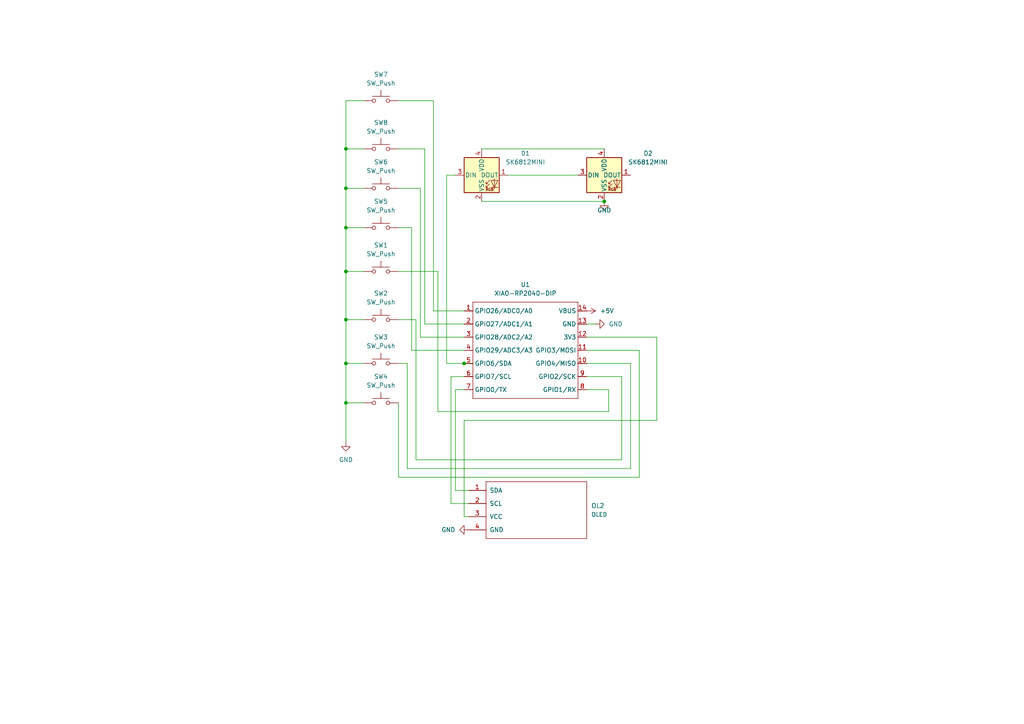
<source format=kicad_sch>
(kicad_sch
	(version 20231120)
	(generator "eeschema")
	(generator_version "8.0")
	(uuid "0ac7972f-7b33-4973-8198-c552792e340e")
	(paper "A4")
	(lib_symbols
		(symbol "(kicad_symbol_lib (version 20220914:OLED"
			(pin_names
				(offset 1.016)
			)
			(exclude_from_sim no)
			(in_bom yes)
			(on_board yes)
			(property "Reference" "OL"
				(at 0 2.54 0)
				(effects
					(font
						(size 1.2954 1.2954)
					)
				)
			)
			(property "Value" "OLED"
				(at 0 -1.27 0)
				(effects
					(font
						(size 1.1938 1.1938)
					)
				)
			)
			(property "Footprint" ""
				(at 0 2.54 0)
				(effects
					(font
						(size 1.524 1.524)
					)
					(hide yes)
				)
			)
			(property "Datasheet" ""
				(at 0 2.54 0)
				(effects
					(font
						(size 1.524 1.524)
					)
					(hide yes)
				)
			)
			(property "Description" ""
				(at 0 0 0)
				(effects
					(font
						(size 1.27 1.27)
					)
					(hide yes)
				)
			)
			(symbol "OLED_0_1"
				(rectangle
					(start -13.97 8.89)
					(end 15.24 -7.62)
					(stroke
						(width 0)
						(type solid)
					)
					(fill
						(type none)
					)
				)
			)
			(symbol "OLED_1_1"
				(pin bidirectional line
					(at -19.05 6.35 0)
					(length 5.08)
					(name "SDA"
						(effects
							(font
								(size 1.27 1.27)
							)
						)
					)
					(number "1"
						(effects
							(font
								(size 1.27 1.27)
							)
						)
					)
				)
				(pin bidirectional line
					(at -19.05 2.54 0)
					(length 5.08)
					(name "SCL"
						(effects
							(font
								(size 1.27 1.27)
							)
						)
					)
					(number "2"
						(effects
							(font
								(size 1.27 1.27)
							)
						)
					)
				)
				(pin power_in line
					(at -19.05 -1.27 0)
					(length 5.08)
					(name "VCC"
						(effects
							(font
								(size 1.27 1.27)
							)
						)
					)
					(number "3"
						(effects
							(font
								(size 1.27 1.27)
							)
						)
					)
				)
				(pin power_in line
					(at -19.05 -5.08 0)
					(length 5.08)
					(name "GND"
						(effects
							(font
								(size 1.27 1.27)
							)
						)
					)
					(number "4"
						(effects
							(font
								(size 1.27 1.27)
							)
						)
					)
				)
			)
		)
		(symbol "LED:SK6812MINI"
			(pin_names
				(offset 0.254)
			)
			(exclude_from_sim no)
			(in_bom yes)
			(on_board yes)
			(property "Reference" "D"
				(at 5.08 5.715 0)
				(effects
					(font
						(size 1.27 1.27)
					)
					(justify right bottom)
				)
			)
			(property "Value" "SK6812MINI"
				(at 1.27 -5.715 0)
				(effects
					(font
						(size 1.27 1.27)
					)
					(justify left top)
				)
			)
			(property "Footprint" "LED_SMD:LED_SK6812MINI_PLCC4_3.5x3.5mm_P1.75mm"
				(at 1.27 -7.62 0)
				(effects
					(font
						(size 1.27 1.27)
					)
					(justify left top)
					(hide yes)
				)
			)
			(property "Datasheet" "https://cdn-shop.adafruit.com/product-files/2686/SK6812MINI_REV.01-1-2.pdf"
				(at 2.54 -9.525 0)
				(effects
					(font
						(size 1.27 1.27)
					)
					(justify left top)
					(hide yes)
				)
			)
			(property "Description" "RGB LED with integrated controller"
				(at 0 0 0)
				(effects
					(font
						(size 1.27 1.27)
					)
					(hide yes)
				)
			)
			(property "ki_keywords" "RGB LED NeoPixel Mini addressable"
				(at 0 0 0)
				(effects
					(font
						(size 1.27 1.27)
					)
					(hide yes)
				)
			)
			(property "ki_fp_filters" "LED*SK6812MINI*PLCC*3.5x3.5mm*P1.75mm*"
				(at 0 0 0)
				(effects
					(font
						(size 1.27 1.27)
					)
					(hide yes)
				)
			)
			(symbol "SK6812MINI_0_0"
				(text "RGB"
					(at 2.286 -4.191 0)
					(effects
						(font
							(size 0.762 0.762)
						)
					)
				)
			)
			(symbol "SK6812MINI_0_1"
				(polyline
					(pts
						(xy 1.27 -3.556) (xy 1.778 -3.556)
					)
					(stroke
						(width 0)
						(type default)
					)
					(fill
						(type none)
					)
				)
				(polyline
					(pts
						(xy 1.27 -2.54) (xy 1.778 -2.54)
					)
					(stroke
						(width 0)
						(type default)
					)
					(fill
						(type none)
					)
				)
				(polyline
					(pts
						(xy 4.699 -3.556) (xy 2.667 -3.556)
					)
					(stroke
						(width 0)
						(type default)
					)
					(fill
						(type none)
					)
				)
				(polyline
					(pts
						(xy 2.286 -2.54) (xy 1.27 -3.556) (xy 1.27 -3.048)
					)
					(stroke
						(width 0)
						(type default)
					)
					(fill
						(type none)
					)
				)
				(polyline
					(pts
						(xy 2.286 -1.524) (xy 1.27 -2.54) (xy 1.27 -2.032)
					)
					(stroke
						(width 0)
						(type default)
					)
					(fill
						(type none)
					)
				)
				(polyline
					(pts
						(xy 3.683 -1.016) (xy 3.683 -3.556) (xy 3.683 -4.064)
					)
					(stroke
						(width 0)
						(type default)
					)
					(fill
						(type none)
					)
				)
				(polyline
					(pts
						(xy 4.699 -1.524) (xy 2.667 -1.524) (xy 3.683 -3.556) (xy 4.699 -1.524)
					)
					(stroke
						(width 0)
						(type default)
					)
					(fill
						(type none)
					)
				)
				(rectangle
					(start 5.08 5.08)
					(end -5.08 -5.08)
					(stroke
						(width 0.254)
						(type default)
					)
					(fill
						(type background)
					)
				)
			)
			(symbol "SK6812MINI_1_1"
				(pin output line
					(at 7.62 0 180)
					(length 2.54)
					(name "DOUT"
						(effects
							(font
								(size 1.27 1.27)
							)
						)
					)
					(number "1"
						(effects
							(font
								(size 1.27 1.27)
							)
						)
					)
				)
				(pin power_in line
					(at 0 -7.62 90)
					(length 2.54)
					(name "VSS"
						(effects
							(font
								(size 1.27 1.27)
							)
						)
					)
					(number "2"
						(effects
							(font
								(size 1.27 1.27)
							)
						)
					)
				)
				(pin input line
					(at -7.62 0 0)
					(length 2.54)
					(name "DIN"
						(effects
							(font
								(size 1.27 1.27)
							)
						)
					)
					(number "3"
						(effects
							(font
								(size 1.27 1.27)
							)
						)
					)
				)
				(pin power_in line
					(at 0 7.62 270)
					(length 2.54)
					(name "VDD"
						(effects
							(font
								(size 1.27 1.27)
							)
						)
					)
					(number "4"
						(effects
							(font
								(size 1.27 1.27)
							)
						)
					)
				)
			)
		)
		(symbol "OPL:XIAO-RP2040-DIP"
			(exclude_from_sim no)
			(in_bom yes)
			(on_board yes)
			(property "Reference" "U"
				(at 0 0 0)
				(effects
					(font
						(size 1.27 1.27)
					)
				)
			)
			(property "Value" "XIAO-RP2040-DIP"
				(at 5.334 -1.778 0)
				(effects
					(font
						(size 1.27 1.27)
					)
				)
			)
			(property "Footprint" "Module:MOUDLE14P-XIAO-DIP-SMD"
				(at 14.478 -32.258 0)
				(effects
					(font
						(size 1.27 1.27)
					)
					(hide yes)
				)
			)
			(property "Datasheet" ""
				(at 0 0 0)
				(effects
					(font
						(size 1.27 1.27)
					)
					(hide yes)
				)
			)
			(property "Description" ""
				(at 0 0 0)
				(effects
					(font
						(size 1.27 1.27)
					)
					(hide yes)
				)
			)
			(symbol "XIAO-RP2040-DIP_1_0"
				(polyline
					(pts
						(xy -1.27 -30.48) (xy -1.27 -16.51)
					)
					(stroke
						(width 0.1524)
						(type solid)
					)
					(fill
						(type none)
					)
				)
				(polyline
					(pts
						(xy -1.27 -27.94) (xy -2.54 -27.94)
					)
					(stroke
						(width 0.1524)
						(type solid)
					)
					(fill
						(type none)
					)
				)
				(polyline
					(pts
						(xy -1.27 -24.13) (xy -2.54 -24.13)
					)
					(stroke
						(width 0.1524)
						(type solid)
					)
					(fill
						(type none)
					)
				)
				(polyline
					(pts
						(xy -1.27 -20.32) (xy -2.54 -20.32)
					)
					(stroke
						(width 0.1524)
						(type solid)
					)
					(fill
						(type none)
					)
				)
				(polyline
					(pts
						(xy -1.27 -16.51) (xy -2.54 -16.51)
					)
					(stroke
						(width 0.1524)
						(type solid)
					)
					(fill
						(type none)
					)
				)
				(polyline
					(pts
						(xy -1.27 -16.51) (xy -1.27 -12.7)
					)
					(stroke
						(width 0.1524)
						(type solid)
					)
					(fill
						(type none)
					)
				)
				(polyline
					(pts
						(xy -1.27 -12.7) (xy -2.54 -12.7)
					)
					(stroke
						(width 0.1524)
						(type solid)
					)
					(fill
						(type none)
					)
				)
				(polyline
					(pts
						(xy -1.27 -12.7) (xy -1.27 -8.89)
					)
					(stroke
						(width 0.1524)
						(type solid)
					)
					(fill
						(type none)
					)
				)
				(polyline
					(pts
						(xy -1.27 -8.89) (xy -2.54 -8.89)
					)
					(stroke
						(width 0.1524)
						(type solid)
					)
					(fill
						(type none)
					)
				)
				(polyline
					(pts
						(xy -1.27 -8.89) (xy -1.27 -5.08)
					)
					(stroke
						(width 0.1524)
						(type solid)
					)
					(fill
						(type none)
					)
				)
				(polyline
					(pts
						(xy -1.27 -5.08) (xy -2.54 -5.08)
					)
					(stroke
						(width 0.1524)
						(type solid)
					)
					(fill
						(type none)
					)
				)
				(polyline
					(pts
						(xy -1.27 -5.08) (xy -1.27 -2.54)
					)
					(stroke
						(width 0.1524)
						(type solid)
					)
					(fill
						(type none)
					)
				)
				(polyline
					(pts
						(xy -1.27 -2.54) (xy 29.21 -2.54)
					)
					(stroke
						(width 0.1524)
						(type solid)
					)
					(fill
						(type none)
					)
				)
				(polyline
					(pts
						(xy 29.21 -30.48) (xy -1.27 -30.48)
					)
					(stroke
						(width 0.1524)
						(type solid)
					)
					(fill
						(type none)
					)
				)
				(polyline
					(pts
						(xy 29.21 -12.7) (xy 29.21 -30.48)
					)
					(stroke
						(width 0.1524)
						(type solid)
					)
					(fill
						(type none)
					)
				)
				(polyline
					(pts
						(xy 29.21 -8.89) (xy 29.21 -12.7)
					)
					(stroke
						(width 0.1524)
						(type solid)
					)
					(fill
						(type none)
					)
				)
				(polyline
					(pts
						(xy 29.21 -5.08) (xy 29.21 -8.89)
					)
					(stroke
						(width 0.1524)
						(type solid)
					)
					(fill
						(type none)
					)
				)
				(polyline
					(pts
						(xy 29.21 -2.54) (xy 29.21 -5.08)
					)
					(stroke
						(width 0.1524)
						(type solid)
					)
					(fill
						(type none)
					)
				)
				(polyline
					(pts
						(xy 30.48 -27.94) (xy 29.21 -27.94)
					)
					(stroke
						(width 0.1524)
						(type solid)
					)
					(fill
						(type none)
					)
				)
				(polyline
					(pts
						(xy 30.48 -24.13) (xy 29.21 -24.13)
					)
					(stroke
						(width 0.1524)
						(type solid)
					)
					(fill
						(type none)
					)
				)
				(polyline
					(pts
						(xy 30.48 -20.32) (xy 29.21 -20.32)
					)
					(stroke
						(width 0.1524)
						(type solid)
					)
					(fill
						(type none)
					)
				)
				(polyline
					(pts
						(xy 30.48 -16.51) (xy 29.21 -16.51)
					)
					(stroke
						(width 0.1524)
						(type solid)
					)
					(fill
						(type none)
					)
				)
				(polyline
					(pts
						(xy 30.48 -12.7) (xy 29.21 -12.7)
					)
					(stroke
						(width 0.1524)
						(type solid)
					)
					(fill
						(type none)
					)
				)
				(polyline
					(pts
						(xy 30.48 -8.89) (xy 29.21 -8.89)
					)
					(stroke
						(width 0.1524)
						(type solid)
					)
					(fill
						(type none)
					)
				)
				(polyline
					(pts
						(xy 30.48 -5.08) (xy 29.21 -5.08)
					)
					(stroke
						(width 0.1524)
						(type solid)
					)
					(fill
						(type none)
					)
				)
				(pin passive line
					(at -3.81 -5.08 0)
					(length 2.54)
					(name "GPIO26/ADC0/A0"
						(effects
							(font
								(size 1.27 1.27)
							)
						)
					)
					(number "1"
						(effects
							(font
								(size 1.27 1.27)
							)
						)
					)
				)
				(pin passive line
					(at 31.75 -20.32 180)
					(length 2.54)
					(name "GPIO4/MISO"
						(effects
							(font
								(size 1.27 1.27)
							)
						)
					)
					(number "10"
						(effects
							(font
								(size 1.27 1.27)
							)
						)
					)
				)
				(pin passive line
					(at 31.75 -16.51 180)
					(length 2.54)
					(name "GPIO3/MOSI"
						(effects
							(font
								(size 1.27 1.27)
							)
						)
					)
					(number "11"
						(effects
							(font
								(size 1.27 1.27)
							)
						)
					)
				)
				(pin passive line
					(at 31.75 -12.7 180)
					(length 2.54)
					(name "3V3"
						(effects
							(font
								(size 1.27 1.27)
							)
						)
					)
					(number "12"
						(effects
							(font
								(size 1.27 1.27)
							)
						)
					)
				)
				(pin passive line
					(at 31.75 -8.89 180)
					(length 2.54)
					(name "GND"
						(effects
							(font
								(size 1.27 1.27)
							)
						)
					)
					(number "13"
						(effects
							(font
								(size 1.27 1.27)
							)
						)
					)
				)
				(pin passive line
					(at 31.75 -5.08 180)
					(length 2.54)
					(name "VBUS"
						(effects
							(font
								(size 1.27 1.27)
							)
						)
					)
					(number "14"
						(effects
							(font
								(size 1.27 1.27)
							)
						)
					)
				)
				(pin passive line
					(at -3.81 -8.89 0)
					(length 2.54)
					(name "GPIO27/ADC1/A1"
						(effects
							(font
								(size 1.27 1.27)
							)
						)
					)
					(number "2"
						(effects
							(font
								(size 1.27 1.27)
							)
						)
					)
				)
				(pin passive line
					(at -3.81 -12.7 0)
					(length 2.54)
					(name "GPIO28/ADC2/A2"
						(effects
							(font
								(size 1.27 1.27)
							)
						)
					)
					(number "3"
						(effects
							(font
								(size 1.27 1.27)
							)
						)
					)
				)
				(pin passive line
					(at -3.81 -16.51 0)
					(length 2.54)
					(name "GPIO29/ADC3/A3"
						(effects
							(font
								(size 1.27 1.27)
							)
						)
					)
					(number "4"
						(effects
							(font
								(size 1.27 1.27)
							)
						)
					)
				)
				(pin passive line
					(at -3.81 -20.32 0)
					(length 2.54)
					(name "GPIO6/SDA"
						(effects
							(font
								(size 1.27 1.27)
							)
						)
					)
					(number "5"
						(effects
							(font
								(size 1.27 1.27)
							)
						)
					)
				)
				(pin passive line
					(at -3.81 -24.13 0)
					(length 2.54)
					(name "GPIO7/SCL"
						(effects
							(font
								(size 1.27 1.27)
							)
						)
					)
					(number "6"
						(effects
							(font
								(size 1.27 1.27)
							)
						)
					)
				)
				(pin passive line
					(at -3.81 -27.94 0)
					(length 2.54)
					(name "GPIO0/TX"
						(effects
							(font
								(size 1.27 1.27)
							)
						)
					)
					(number "7"
						(effects
							(font
								(size 1.27 1.27)
							)
						)
					)
				)
				(pin passive line
					(at 31.75 -27.94 180)
					(length 2.54)
					(name "GPIO1/RX"
						(effects
							(font
								(size 1.27 1.27)
							)
						)
					)
					(number "8"
						(effects
							(font
								(size 1.27 1.27)
							)
						)
					)
				)
				(pin passive line
					(at 31.75 -24.13 180)
					(length 2.54)
					(name "GPIO2/SCK"
						(effects
							(font
								(size 1.27 1.27)
							)
						)
					)
					(number "9"
						(effects
							(font
								(size 1.27 1.27)
							)
						)
					)
				)
			)
		)
		(symbol "Switch:SW_Push"
			(pin_numbers hide)
			(pin_names
				(offset 1.016) hide)
			(exclude_from_sim no)
			(in_bom yes)
			(on_board yes)
			(property "Reference" "SW"
				(at 1.27 2.54 0)
				(effects
					(font
						(size 1.27 1.27)
					)
					(justify left)
				)
			)
			(property "Value" "SW_Push"
				(at 0 -1.524 0)
				(effects
					(font
						(size 1.27 1.27)
					)
				)
			)
			(property "Footprint" ""
				(at 0 5.08 0)
				(effects
					(font
						(size 1.27 1.27)
					)
					(hide yes)
				)
			)
			(property "Datasheet" "~"
				(at 0 5.08 0)
				(effects
					(font
						(size 1.27 1.27)
					)
					(hide yes)
				)
			)
			(property "Description" "Push button switch, generic, two pins"
				(at 0 0 0)
				(effects
					(font
						(size 1.27 1.27)
					)
					(hide yes)
				)
			)
			(property "ki_keywords" "switch normally-open pushbutton push-button"
				(at 0 0 0)
				(effects
					(font
						(size 1.27 1.27)
					)
					(hide yes)
				)
			)
			(symbol "SW_Push_0_1"
				(circle
					(center -2.032 0)
					(radius 0.508)
					(stroke
						(width 0)
						(type default)
					)
					(fill
						(type none)
					)
				)
				(polyline
					(pts
						(xy 0 1.27) (xy 0 3.048)
					)
					(stroke
						(width 0)
						(type default)
					)
					(fill
						(type none)
					)
				)
				(polyline
					(pts
						(xy 2.54 1.27) (xy -2.54 1.27)
					)
					(stroke
						(width 0)
						(type default)
					)
					(fill
						(type none)
					)
				)
				(circle
					(center 2.032 0)
					(radius 0.508)
					(stroke
						(width 0)
						(type default)
					)
					(fill
						(type none)
					)
				)
				(pin passive line
					(at -5.08 0 0)
					(length 2.54)
					(name "1"
						(effects
							(font
								(size 1.27 1.27)
							)
						)
					)
					(number "1"
						(effects
							(font
								(size 1.27 1.27)
							)
						)
					)
				)
				(pin passive line
					(at 5.08 0 180)
					(length 2.54)
					(name "2"
						(effects
							(font
								(size 1.27 1.27)
							)
						)
					)
					(number "2"
						(effects
							(font
								(size 1.27 1.27)
							)
						)
					)
				)
			)
		)
		(symbol "power:+5V"
			(power)
			(pin_numbers hide)
			(pin_names
				(offset 0) hide)
			(exclude_from_sim no)
			(in_bom yes)
			(on_board yes)
			(property "Reference" "#PWR"
				(at 0 -3.81 0)
				(effects
					(font
						(size 1.27 1.27)
					)
					(hide yes)
				)
			)
			(property "Value" "+5V"
				(at 0 3.556 0)
				(effects
					(font
						(size 1.27 1.27)
					)
				)
			)
			(property "Footprint" ""
				(at 0 0 0)
				(effects
					(font
						(size 1.27 1.27)
					)
					(hide yes)
				)
			)
			(property "Datasheet" ""
				(at 0 0 0)
				(effects
					(font
						(size 1.27 1.27)
					)
					(hide yes)
				)
			)
			(property "Description" "Power symbol creates a global label with name \"+5V\""
				(at 0 0 0)
				(effects
					(font
						(size 1.27 1.27)
					)
					(hide yes)
				)
			)
			(property "ki_keywords" "global power"
				(at 0 0 0)
				(effects
					(font
						(size 1.27 1.27)
					)
					(hide yes)
				)
			)
			(symbol "+5V_0_1"
				(polyline
					(pts
						(xy -0.762 1.27) (xy 0 2.54)
					)
					(stroke
						(width 0)
						(type default)
					)
					(fill
						(type none)
					)
				)
				(polyline
					(pts
						(xy 0 0) (xy 0 2.54)
					)
					(stroke
						(width 0)
						(type default)
					)
					(fill
						(type none)
					)
				)
				(polyline
					(pts
						(xy 0 2.54) (xy 0.762 1.27)
					)
					(stroke
						(width 0)
						(type default)
					)
					(fill
						(type none)
					)
				)
			)
			(symbol "+5V_1_1"
				(pin power_in line
					(at 0 0 90)
					(length 0)
					(name "~"
						(effects
							(font
								(size 1.27 1.27)
							)
						)
					)
					(number "1"
						(effects
							(font
								(size 1.27 1.27)
							)
						)
					)
				)
			)
		)
		(symbol "power:GND"
			(power)
			(pin_numbers hide)
			(pin_names
				(offset 0) hide)
			(exclude_from_sim no)
			(in_bom yes)
			(on_board yes)
			(property "Reference" "#PWR"
				(at 0 -6.35 0)
				(effects
					(font
						(size 1.27 1.27)
					)
					(hide yes)
				)
			)
			(property "Value" "GND"
				(at 0 -3.81 0)
				(effects
					(font
						(size 1.27 1.27)
					)
				)
			)
			(property "Footprint" ""
				(at 0 0 0)
				(effects
					(font
						(size 1.27 1.27)
					)
					(hide yes)
				)
			)
			(property "Datasheet" ""
				(at 0 0 0)
				(effects
					(font
						(size 1.27 1.27)
					)
					(hide yes)
				)
			)
			(property "Description" "Power symbol creates a global label with name \"GND\" , ground"
				(at 0 0 0)
				(effects
					(font
						(size 1.27 1.27)
					)
					(hide yes)
				)
			)
			(property "ki_keywords" "global power"
				(at 0 0 0)
				(effects
					(font
						(size 1.27 1.27)
					)
					(hide yes)
				)
			)
			(symbol "GND_0_1"
				(polyline
					(pts
						(xy 0 0) (xy 0 -1.27) (xy 1.27 -1.27) (xy 0 -2.54) (xy -1.27 -1.27) (xy 0 -1.27)
					)
					(stroke
						(width 0)
						(type default)
					)
					(fill
						(type none)
					)
				)
			)
			(symbol "GND_1_1"
				(pin power_in line
					(at 0 0 270)
					(length 0)
					(name "~"
						(effects
							(font
								(size 1.27 1.27)
							)
						)
					)
					(number "1"
						(effects
							(font
								(size 1.27 1.27)
							)
						)
					)
				)
			)
		)
	)
	(junction
		(at 100.33 43.18)
		(diameter 0)
		(color 0 0 0 0)
		(uuid "1ae31a46-97d5-45ca-af7a-668f5375133f")
	)
	(junction
		(at 100.33 105.41)
		(diameter 0)
		(color 0 0 0 0)
		(uuid "2dbc5665-d266-4e14-b140-5b7fbae3f455")
	)
	(junction
		(at 100.33 66.04)
		(diameter 0)
		(color 0 0 0 0)
		(uuid "4eb12ab8-555e-4a14-96ab-8dc4fff20062")
	)
	(junction
		(at 134.62 105.41)
		(diameter 0)
		(color 0 0 0 0)
		(uuid "5e9367e4-ef33-4e69-ae36-b809edd53693")
	)
	(junction
		(at 100.33 54.61)
		(diameter 0)
		(color 0 0 0 0)
		(uuid "6b37de4a-1627-479c-8606-a5f5a595f986")
	)
	(junction
		(at 100.33 78.74)
		(diameter 0)
		(color 0 0 0 0)
		(uuid "9cfadd5f-6913-46c6-a608-2e7f75dadabc")
	)
	(junction
		(at 100.33 116.84)
		(diameter 0)
		(color 0 0 0 0)
		(uuid "9e9a28c5-d37f-4ebe-a0f0-a40afe29efc5")
	)
	(junction
		(at 175.26 58.42)
		(diameter 0)
		(color 0 0 0 0)
		(uuid "c43ffab7-6f3e-47e8-be48-4208553d8d76")
	)
	(junction
		(at 100.33 92.71)
		(diameter 0)
		(color 0 0 0 0)
		(uuid "e3f9366b-0950-4ef4-9344-d69c2964351b")
	)
	(wire
		(pts
			(xy 115.57 116.84) (xy 115.57 138.43)
		)
		(stroke
			(width 0)
			(type default)
		)
		(uuid "0845b6b4-fde0-4214-82df-5cba55e7669d")
	)
	(wire
		(pts
			(xy 119.38 66.04) (xy 119.38 101.6)
		)
		(stroke
			(width 0)
			(type default)
		)
		(uuid "0ea200de-984f-4c50-941d-d90829affa8f")
	)
	(wire
		(pts
			(xy 100.33 105.41) (xy 100.33 116.84)
		)
		(stroke
			(width 0)
			(type default)
		)
		(uuid "1501c587-8397-4912-93b0-e9f3bb33153e")
	)
	(wire
		(pts
			(xy 125.73 90.17) (xy 125.73 29.21)
		)
		(stroke
			(width 0)
			(type default)
		)
		(uuid "1598898f-95f2-48a2-ab03-113432d9700b")
	)
	(wire
		(pts
			(xy 170.18 97.79) (xy 190.5 97.79)
		)
		(stroke
			(width 0)
			(type default)
		)
		(uuid "1a81558a-5240-446d-bfd0-313a7be87d41")
	)
	(wire
		(pts
			(xy 185.42 138.43) (xy 185.42 101.6)
		)
		(stroke
			(width 0)
			(type default)
		)
		(uuid "213667e1-8e40-4b19-b642-21c7b036dece")
	)
	(wire
		(pts
			(xy 130.81 146.05) (xy 130.81 109.22)
		)
		(stroke
			(width 0)
			(type default)
		)
		(uuid "21a2760b-557c-4dd0-bc87-9916d87ec7e4")
	)
	(wire
		(pts
			(xy 100.33 78.74) (xy 100.33 92.71)
		)
		(stroke
			(width 0)
			(type default)
		)
		(uuid "29850be2-8869-41f7-8011-661aa91bc7ff")
	)
	(wire
		(pts
			(xy 100.33 92.71) (xy 100.33 105.41)
		)
		(stroke
			(width 0)
			(type default)
		)
		(uuid "2a9517d5-7438-4691-b525-ac6ed7928ac4")
	)
	(wire
		(pts
			(xy 123.19 93.98) (xy 134.62 93.98)
		)
		(stroke
			(width 0)
			(type default)
		)
		(uuid "2b91fd06-7a91-402e-8d9b-9b1dc4282f99")
	)
	(wire
		(pts
			(xy 135.89 146.05) (xy 130.81 146.05)
		)
		(stroke
			(width 0)
			(type default)
		)
		(uuid "2d547ca6-9bd4-4ead-933f-a89c6568244c")
	)
	(wire
		(pts
			(xy 115.57 105.41) (xy 118.11 105.41)
		)
		(stroke
			(width 0)
			(type default)
		)
		(uuid "30acbda2-2189-41a9-8634-4cbb7585cd51")
	)
	(wire
		(pts
			(xy 134.62 105.41) (xy 137.16 105.41)
		)
		(stroke
			(width 0)
			(type default)
		)
		(uuid "30b429b1-b934-4dd9-8580-340cab865b81")
	)
	(wire
		(pts
			(xy 134.62 90.17) (xy 125.73 90.17)
		)
		(stroke
			(width 0)
			(type default)
		)
		(uuid "37ac34dc-bbee-4277-a22b-694f5e59768e")
	)
	(wire
		(pts
			(xy 100.33 54.61) (xy 105.41 54.61)
		)
		(stroke
			(width 0)
			(type default)
		)
		(uuid "419bc82c-410a-44b4-afb0-14e75f1f24e8")
	)
	(wire
		(pts
			(xy 118.11 135.89) (xy 182.88 135.89)
		)
		(stroke
			(width 0)
			(type default)
		)
		(uuid "43efb714-857a-455e-923a-0c33fb6fb32a")
	)
	(wire
		(pts
			(xy 100.33 29.21) (xy 105.41 29.21)
		)
		(stroke
			(width 0)
			(type default)
		)
		(uuid "453ef10c-90a5-4b78-9060-60fe48f3222a")
	)
	(wire
		(pts
			(xy 115.57 138.43) (xy 185.42 138.43)
		)
		(stroke
			(width 0)
			(type default)
		)
		(uuid "454122a2-73d1-429b-82bc-015606ff5ec0")
	)
	(wire
		(pts
			(xy 118.11 105.41) (xy 118.11 135.89)
		)
		(stroke
			(width 0)
			(type default)
		)
		(uuid "48f31695-61f7-4bf7-8bda-2fa4878db4fb")
	)
	(wire
		(pts
			(xy 100.33 66.04) (xy 100.33 54.61)
		)
		(stroke
			(width 0)
			(type default)
		)
		(uuid "4d1314b6-5170-41d9-864f-42d9a0379440")
	)
	(wire
		(pts
			(xy 100.33 78.74) (xy 100.33 66.04)
		)
		(stroke
			(width 0)
			(type default)
		)
		(uuid "513062f2-a474-43c0-8bf7-a8d838a2e2e5")
	)
	(wire
		(pts
			(xy 147.32 50.8) (xy 167.64 50.8)
		)
		(stroke
			(width 0)
			(type default)
		)
		(uuid "523b4a64-00da-4b96-836a-dc8ca6b10e1d")
	)
	(wire
		(pts
			(xy 127 119.38) (xy 176.53 119.38)
		)
		(stroke
			(width 0)
			(type default)
		)
		(uuid "5ac2389a-a0a9-41f3-8640-ede215c7134b")
	)
	(wire
		(pts
			(xy 132.08 142.24) (xy 132.08 113.03)
		)
		(stroke
			(width 0)
			(type default)
		)
		(uuid "5b493b0c-a543-40a0-b43e-765dc5b54e04")
	)
	(wire
		(pts
			(xy 170.18 93.98) (xy 172.72 93.98)
		)
		(stroke
			(width 0)
			(type default)
		)
		(uuid "5b5e68be-9a7b-4b4e-a04a-48e0bf7ea58c")
	)
	(wire
		(pts
			(xy 127 78.74) (xy 127 119.38)
		)
		(stroke
			(width 0)
			(type default)
		)
		(uuid "5fee0487-b977-4c27-ba18-eab633692534")
	)
	(wire
		(pts
			(xy 135.89 149.86) (xy 134.62 149.86)
		)
		(stroke
			(width 0)
			(type default)
		)
		(uuid "67f326ad-4152-484c-888e-392fee35d9af")
	)
	(wire
		(pts
			(xy 129.54 50.8) (xy 132.08 50.8)
		)
		(stroke
			(width 0)
			(type default)
		)
		(uuid "68056f41-eeac-4b2d-9b5c-c5c29fa0fbd9")
	)
	(wire
		(pts
			(xy 170.18 109.22) (xy 180.34 109.22)
		)
		(stroke
			(width 0)
			(type default)
		)
		(uuid "6922743a-ca3e-4fa8-be2c-b047516dda39")
	)
	(wire
		(pts
			(xy 170.18 101.6) (xy 185.42 101.6)
		)
		(stroke
			(width 0)
			(type default)
		)
		(uuid "6ca2c24b-f08e-4e47-93a5-9c1470cba18b")
	)
	(wire
		(pts
			(xy 100.33 43.18) (xy 105.41 43.18)
		)
		(stroke
			(width 0)
			(type default)
		)
		(uuid "85e63dab-518c-49f5-9ac4-7a24d96154d9")
	)
	(wire
		(pts
			(xy 135.89 142.24) (xy 132.08 142.24)
		)
		(stroke
			(width 0)
			(type default)
		)
		(uuid "86ec6bb2-01c6-4397-88f2-4f1a6eee2528")
	)
	(wire
		(pts
			(xy 119.38 101.6) (xy 134.62 101.6)
		)
		(stroke
			(width 0)
			(type default)
		)
		(uuid "885cb079-1a08-4da5-98df-b1bb26beffce")
	)
	(wire
		(pts
			(xy 105.41 78.74) (xy 100.33 78.74)
		)
		(stroke
			(width 0)
			(type default)
		)
		(uuid "8af39446-64bc-42ed-bbeb-f8b82e0a0413")
	)
	(wire
		(pts
			(xy 105.41 92.71) (xy 100.33 92.71)
		)
		(stroke
			(width 0)
			(type default)
		)
		(uuid "8be8fdd5-88c5-4173-aa1a-eb7119d4118a")
	)
	(wire
		(pts
			(xy 115.57 78.74) (xy 127 78.74)
		)
		(stroke
			(width 0)
			(type default)
		)
		(uuid "8f83a2de-c7aa-43dd-9cd9-1fa422fbca6c")
	)
	(wire
		(pts
			(xy 134.62 149.86) (xy 134.62 121.92)
		)
		(stroke
			(width 0)
			(type default)
		)
		(uuid "94e4318e-3770-479f-9616-5c8fb20ba70e")
	)
	(wire
		(pts
			(xy 139.7 58.42) (xy 175.26 58.42)
		)
		(stroke
			(width 0)
			(type default)
		)
		(uuid "9920af2a-efc4-48d1-b404-f2a4d3386f1f")
	)
	(wire
		(pts
			(xy 129.54 105.41) (xy 134.62 105.41)
		)
		(stroke
			(width 0)
			(type default)
		)
		(uuid "9a1f5a07-d733-4544-be98-b30b22b63451")
	)
	(wire
		(pts
			(xy 125.73 29.21) (xy 115.57 29.21)
		)
		(stroke
			(width 0)
			(type default)
		)
		(uuid "9cc9e2a3-b620-485c-8fd0-030bf4a38cd0")
	)
	(wire
		(pts
			(xy 115.57 66.04) (xy 119.38 66.04)
		)
		(stroke
			(width 0)
			(type default)
		)
		(uuid "9f310570-88db-4c1f-bf04-f8d49b0bcad2")
	)
	(wire
		(pts
			(xy 105.41 105.41) (xy 100.33 105.41)
		)
		(stroke
			(width 0)
			(type default)
		)
		(uuid "a5163266-ea3f-44b8-a41a-40a82c84ce64")
	)
	(wire
		(pts
			(xy 176.53 119.38) (xy 176.53 113.03)
		)
		(stroke
			(width 0)
			(type default)
		)
		(uuid "a51fb628-85de-4b75-9d9d-f0d3c73b1514")
	)
	(wire
		(pts
			(xy 121.92 54.61) (xy 121.92 97.79)
		)
		(stroke
			(width 0)
			(type default)
		)
		(uuid "bcccc216-c6c3-4abd-b48b-b302352220e4")
	)
	(wire
		(pts
			(xy 182.88 135.89) (xy 182.88 105.41)
		)
		(stroke
			(width 0)
			(type default)
		)
		(uuid "c362c225-04ad-4ca1-bdfc-762b24bb7f80")
	)
	(wire
		(pts
			(xy 100.33 54.61) (xy 100.33 43.18)
		)
		(stroke
			(width 0)
			(type default)
		)
		(uuid "c71893b5-6269-4cf8-9530-944fdb70cb63")
	)
	(wire
		(pts
			(xy 115.57 92.71) (xy 120.65 92.71)
		)
		(stroke
			(width 0)
			(type default)
		)
		(uuid "c9231724-7b35-4431-a7cb-42369699d15e")
	)
	(wire
		(pts
			(xy 123.19 43.18) (xy 123.19 93.98)
		)
		(stroke
			(width 0)
			(type default)
		)
		(uuid "cc0ee723-8e49-49ee-b9eb-4e33d5ad915d")
	)
	(wire
		(pts
			(xy 115.57 54.61) (xy 121.92 54.61)
		)
		(stroke
			(width 0)
			(type default)
		)
		(uuid "cc70a5f7-5099-4094-8759-eabff5468786")
	)
	(wire
		(pts
			(xy 121.92 97.79) (xy 134.62 97.79)
		)
		(stroke
			(width 0)
			(type default)
		)
		(uuid "cdccf5ff-540e-4c59-8891-a0c44a7c7a8c")
	)
	(wire
		(pts
			(xy 100.33 66.04) (xy 105.41 66.04)
		)
		(stroke
			(width 0)
			(type default)
		)
		(uuid "cf485ba1-fec9-4fbd-a87b-e35687dc1b05")
	)
	(wire
		(pts
			(xy 134.62 121.92) (xy 190.5 121.92)
		)
		(stroke
			(width 0)
			(type default)
		)
		(uuid "d3aafde6-c702-48b9-af56-c6cef06872b2")
	)
	(wire
		(pts
			(xy 120.65 133.35) (xy 180.34 133.35)
		)
		(stroke
			(width 0)
			(type default)
		)
		(uuid "d946a41a-6fa1-4b4d-a36a-4e48f714908f")
	)
	(wire
		(pts
			(xy 170.18 105.41) (xy 182.88 105.41)
		)
		(stroke
			(width 0)
			(type default)
		)
		(uuid "dd10b892-88b7-4ebf-baf9-cd6fd61ebd4f")
	)
	(wire
		(pts
			(xy 190.5 121.92) (xy 190.5 97.79)
		)
		(stroke
			(width 0)
			(type default)
		)
		(uuid "e303ba7e-014c-4187-83f1-c07a4ae4edd6")
	)
	(wire
		(pts
			(xy 100.33 116.84) (xy 100.33 128.27)
		)
		(stroke
			(width 0)
			(type default)
		)
		(uuid "e754d732-a9c3-49b1-98ec-6cb285357e50")
	)
	(wire
		(pts
			(xy 100.33 43.18) (xy 100.33 29.21)
		)
		(stroke
			(width 0)
			(type default)
		)
		(uuid "e7f681a9-b18a-4f94-b509-dbb13ba188f1")
	)
	(wire
		(pts
			(xy 115.57 43.18) (xy 123.19 43.18)
		)
		(stroke
			(width 0)
			(type default)
		)
		(uuid "eeaff7ce-91c5-4af1-b3ac-3b1bdf32f6b7")
	)
	(wire
		(pts
			(xy 129.54 105.41) (xy 129.54 50.8)
		)
		(stroke
			(width 0)
			(type default)
		)
		(uuid "efa0a541-ba29-4ec2-988f-06b6b3f40a86")
	)
	(wire
		(pts
			(xy 180.34 133.35) (xy 180.34 109.22)
		)
		(stroke
			(width 0)
			(type default)
		)
		(uuid "f47aa41a-b1f2-48b2-a0e5-3e6f77263027")
	)
	(wire
		(pts
			(xy 170.18 113.03) (xy 176.53 113.03)
		)
		(stroke
			(width 0)
			(type default)
		)
		(uuid "f799a740-f1cf-4a85-98fd-de1d39801fb5")
	)
	(wire
		(pts
			(xy 139.7 43.18) (xy 175.26 43.18)
		)
		(stroke
			(width 0)
			(type default)
		)
		(uuid "f8c00f8b-641e-4bcd-8cfb-0956cc866449")
	)
	(wire
		(pts
			(xy 130.81 109.22) (xy 134.62 109.22)
		)
		(stroke
			(width 0)
			(type default)
		)
		(uuid "f8ce4b77-2e7c-48a8-ad3d-3074f55a1bbd")
	)
	(wire
		(pts
			(xy 132.08 113.03) (xy 134.62 113.03)
		)
		(stroke
			(width 0)
			(type default)
		)
		(uuid "fc49ca49-a736-4a18-b67f-9e07380ef9d5")
	)
	(wire
		(pts
			(xy 105.41 116.84) (xy 100.33 116.84)
		)
		(stroke
			(width 0)
			(type default)
		)
		(uuid "fedaa390-9e02-418a-be0f-2b06d221e842")
	)
	(wire
		(pts
			(xy 120.65 92.71) (xy 120.65 133.35)
		)
		(stroke
			(width 0)
			(type default)
		)
		(uuid "ff86a5d9-a293-41fe-b37c-795cf0d58ed2")
	)
	(symbol
		(lib_id "LED:SK6812MINI")
		(at 175.26 50.8 0)
		(unit 1)
		(exclude_from_sim no)
		(in_bom yes)
		(on_board yes)
		(dnp no)
		(fields_autoplaced yes)
		(uuid "055b0cdb-3df1-4e4c-bdca-8abbd520507c")
		(property "Reference" "D2"
			(at 187.96 44.4814 0)
			(effects
				(font
					(size 1.27 1.27)
				)
			)
		)
		(property "Value" "SK6812MINI"
			(at 187.96 47.0214 0)
			(effects
				(font
					(size 1.27 1.27)
				)
			)
		)
		(property "Footprint" "LED_SMD:LED_SK6812MINI_PLCC4_3.5x3.5mm_P1.75mm"
			(at 176.53 58.42 0)
			(effects
				(font
					(size 1.27 1.27)
				)
				(justify left top)
				(hide yes)
			)
		)
		(property "Datasheet" "https://cdn-shop.adafruit.com/product-files/2686/SK6812MINI_REV.01-1-2.pdf"
			(at 177.8 60.325 0)
			(effects
				(font
					(size 1.27 1.27)
				)
				(justify left top)
				(hide yes)
			)
		)
		(property "Description" "RGB LED with integrated controller"
			(at 175.26 50.8 0)
			(effects
				(font
					(size 1.27 1.27)
				)
				(hide yes)
			)
		)
		(pin "1"
			(uuid "a9191675-41ed-44b0-9725-2da37aa30d87")
		)
		(pin "2"
			(uuid "0d0acbee-d39a-4a68-9236-15dac46cb7d0")
		)
		(pin "3"
			(uuid "e0b28362-46e1-40e7-b168-1bb178923723")
		)
		(pin "4"
			(uuid "76c88698-bb1d-4b39-adf9-853fa33b514c")
		)
		(instances
			(project "BoardPCB"
				(path "/0ac7972f-7b33-4973-8198-c552792e340e"
					(reference "D2")
					(unit 1)
				)
			)
		)
	)
	(symbol
		(lib_id "OPL:XIAO-RP2040-DIP")
		(at 138.43 85.09 0)
		(unit 1)
		(exclude_from_sim no)
		(in_bom yes)
		(on_board yes)
		(dnp no)
		(fields_autoplaced yes)
		(uuid "26801770-b65e-4dfe-a98b-a3adfcf7a86d")
		(property "Reference" "U1"
			(at 152.4 82.55 0)
			(effects
				(font
					(size 1.27 1.27)
				)
			)
		)
		(property "Value" "XIAO-RP2040-DIP"
			(at 152.4 85.09 0)
			(effects
				(font
					(size 1.27 1.27)
				)
			)
		)
		(property "Footprint" "Seeed Studio XIAO Series Library:XIAO-RP2040-DIP"
			(at 152.908 117.348 0)
			(effects
				(font
					(size 1.27 1.27)
				)
				(hide yes)
			)
		)
		(property "Datasheet" ""
			(at 138.43 85.09 0)
			(effects
				(font
					(size 1.27 1.27)
				)
				(hide yes)
			)
		)
		(property "Description" ""
			(at 138.43 85.09 0)
			(effects
				(font
					(size 1.27 1.27)
				)
				(hide yes)
			)
		)
		(pin "4"
			(uuid "b759c145-27ff-4745-a8fd-1320c2eaea2b")
		)
		(pin "8"
			(uuid "4fd1a3d6-06e4-4be4-a81a-5885316aa01f")
		)
		(pin "12"
			(uuid "f02cfbab-f8cd-4ab5-8e9a-eab85a18d49e")
		)
		(pin "5"
			(uuid "2482bf09-465c-4881-89c5-f483d744d17f")
		)
		(pin "11"
			(uuid "bb18c971-48be-4873-a448-fba84ecb08a0")
		)
		(pin "9"
			(uuid "94abc757-ce37-49b1-a38d-b1b150a77dd5")
		)
		(pin "14"
			(uuid "53022ceb-1f63-4399-85f8-0026e7b4a857")
		)
		(pin "1"
			(uuid "85c0d537-2d28-4da2-8a63-35162cc826d3")
		)
		(pin "13"
			(uuid "22e2a8b6-b91b-4a07-89ae-8c8a74e9845f")
		)
		(pin "2"
			(uuid "e5f77039-f61f-4223-ad32-7500c04e4f3e")
		)
		(pin "10"
			(uuid "1b14d2e0-96e5-4a95-ae77-e23b2eb82bed")
		)
		(pin "3"
			(uuid "16ce26b2-7867-4dce-8e54-97219efe3ed8")
		)
		(pin "7"
			(uuid "5118d932-293f-4fb1-a6b8-f070daa3a810")
		)
		(pin "6"
			(uuid "c5ced9cc-20be-4815-9c52-1c5da2bce391")
		)
		(instances
			(project ""
				(path "/0ac7972f-7b33-4973-8198-c552792e340e"
					(reference "U1")
					(unit 1)
				)
			)
		)
	)
	(symbol
		(lib_id "LED:SK6812MINI")
		(at 139.7 50.8 0)
		(unit 1)
		(exclude_from_sim no)
		(in_bom yes)
		(on_board yes)
		(dnp no)
		(fields_autoplaced yes)
		(uuid "2b5b03ed-8a41-4a8a-8be5-48aa21003bbc")
		(property "Reference" "D1"
			(at 152.4 44.4814 0)
			(effects
				(font
					(size 1.27 1.27)
				)
			)
		)
		(property "Value" "SK6812MINI"
			(at 152.4 47.0214 0)
			(effects
				(font
					(size 1.27 1.27)
				)
			)
		)
		(property "Footprint" "LED_SMD:LED_SK6812MINI_PLCC4_3.5x3.5mm_P1.75mm"
			(at 140.97 58.42 0)
			(effects
				(font
					(size 1.27 1.27)
				)
				(justify left top)
				(hide yes)
			)
		)
		(property "Datasheet" "https://cdn-shop.adafruit.com/product-files/2686/SK6812MINI_REV.01-1-2.pdf"
			(at 142.24 60.325 0)
			(effects
				(font
					(size 1.27 1.27)
				)
				(justify left top)
				(hide yes)
			)
		)
		(property "Description" "RGB LED with integrated controller"
			(at 139.7 50.8 0)
			(effects
				(font
					(size 1.27 1.27)
				)
				(hide yes)
			)
		)
		(pin "1"
			(uuid "6f8dc517-f079-404a-99eb-d94a3e78eec1")
		)
		(pin "2"
			(uuid "58979f2a-dabb-4e76-9874-9b8f9722989a")
		)
		(pin "3"
			(uuid "a410a906-fb6e-4c11-9284-7562dd71e4f0")
		)
		(pin "4"
			(uuid "662deb64-fbc9-439f-890e-83b2dfcc3405")
		)
		(instances
			(project ""
				(path "/0ac7972f-7b33-4973-8198-c552792e340e"
					(reference "D1")
					(unit 1)
				)
			)
		)
	)
	(symbol
		(lib_id "Switch:SW_Push")
		(at 110.49 29.21 0)
		(unit 1)
		(exclude_from_sim no)
		(in_bom yes)
		(on_board yes)
		(dnp no)
		(fields_autoplaced yes)
		(uuid "2bb6815d-0855-4671-8adf-445cfc064aca")
		(property "Reference" "SW7"
			(at 110.49 21.59 0)
			(effects
				(font
					(size 1.27 1.27)
				)
			)
		)
		(property "Value" "SW_Push"
			(at 110.49 24.13 0)
			(effects
				(font
					(size 1.27 1.27)
				)
			)
		)
		(property "Footprint" "Button_Switch_Keyboard:SW_Cherry_MX_1.00u_PCB"
			(at 110.49 24.13 0)
			(effects
				(font
					(size 1.27 1.27)
				)
				(hide yes)
			)
		)
		(property "Datasheet" "~"
			(at 110.49 24.13 0)
			(effects
				(font
					(size 1.27 1.27)
				)
				(hide yes)
			)
		)
		(property "Description" "Push button switch, generic, two pins"
			(at 110.49 29.21 0)
			(effects
				(font
					(size 1.27 1.27)
				)
				(hide yes)
			)
		)
		(pin "1"
			(uuid "762c24da-adfc-484d-b723-aa976c3a9495")
		)
		(pin "2"
			(uuid "ebc278d9-992d-4fe4-b742-bb51292e51b6")
		)
		(instances
			(project "BoardPCB"
				(path "/0ac7972f-7b33-4973-8198-c552792e340e"
					(reference "SW7")
					(unit 1)
				)
			)
		)
	)
	(symbol
		(lib_id "power:GND")
		(at 172.72 93.98 90)
		(unit 1)
		(exclude_from_sim no)
		(in_bom yes)
		(on_board yes)
		(dnp no)
		(fields_autoplaced yes)
		(uuid "3a358328-7c68-4744-95dd-df178f1dd930")
		(property "Reference" "#PWR03"
			(at 179.07 93.98 0)
			(effects
				(font
					(size 1.27 1.27)
				)
				(hide yes)
			)
		)
		(property "Value" "GND"
			(at 176.53 93.9799 90)
			(effects
				(font
					(size 1.27 1.27)
				)
				(justify right)
			)
		)
		(property "Footprint" ""
			(at 172.72 93.98 0)
			(effects
				(font
					(size 1.27 1.27)
				)
				(hide yes)
			)
		)
		(property "Datasheet" ""
			(at 172.72 93.98 0)
			(effects
				(font
					(size 1.27 1.27)
				)
				(hide yes)
			)
		)
		(property "Description" "Power symbol creates a global label with name \"GND\" , ground"
			(at 172.72 93.98 0)
			(effects
				(font
					(size 1.27 1.27)
				)
				(hide yes)
			)
		)
		(pin "1"
			(uuid "51f3f8d4-3eb7-4abe-b039-80cf38fdf88d")
		)
		(instances
			(project "BoardPCB"
				(path "/0ac7972f-7b33-4973-8198-c552792e340e"
					(reference "#PWR03")
					(unit 1)
				)
			)
		)
	)
	(symbol
		(lib_id "Switch:SW_Push")
		(at 110.49 92.71 0)
		(unit 1)
		(exclude_from_sim no)
		(in_bom yes)
		(on_board yes)
		(dnp no)
		(fields_autoplaced yes)
		(uuid "40e8f6d3-d0e6-4d13-b450-9b6c19980ed1")
		(property "Reference" "SW2"
			(at 110.49 85.09 0)
			(effects
				(font
					(size 1.27 1.27)
				)
			)
		)
		(property "Value" "SW_Push"
			(at 110.49 87.63 0)
			(effects
				(font
					(size 1.27 1.27)
				)
			)
		)
		(property "Footprint" "Button_Switch_Keyboard:SW_Cherry_MX_1.00u_PCB"
			(at 110.49 87.63 0)
			(effects
				(font
					(size 1.27 1.27)
				)
				(hide yes)
			)
		)
		(property "Datasheet" "~"
			(at 110.49 87.63 0)
			(effects
				(font
					(size 1.27 1.27)
				)
				(hide yes)
			)
		)
		(property "Description" "Push button switch, generic, two pins"
			(at 110.49 92.71 0)
			(effects
				(font
					(size 1.27 1.27)
				)
				(hide yes)
			)
		)
		(pin "1"
			(uuid "38d01a23-91b3-453f-9606-ca6a599e6c8b")
		)
		(pin "2"
			(uuid "917af0ca-311c-4ecd-90f0-9d1bbec11a84")
		)
		(instances
			(project "BoardPCB"
				(path "/0ac7972f-7b33-4973-8198-c552792e340e"
					(reference "SW2")
					(unit 1)
				)
			)
		)
	)
	(symbol
		(lib_id "(kicad_symbol_lib (version 20220914:OLED")
		(at 154.94 148.59 0)
		(unit 1)
		(exclude_from_sim no)
		(in_bom yes)
		(on_board yes)
		(dnp no)
		(fields_autoplaced yes)
		(uuid "62b00336-aee8-4a58-9ed1-51b0b9bf0af9")
		(property "Reference" "OL2"
			(at 171.45 146.685 0)
			(effects
				(font
					(size 1.2954 1.2954)
				)
				(justify left)
			)
		)
		(property "Value" "OLED"
			(at 171.45 149.225 0)
			(effects
				(font
					(size 1.1938 1.1938)
				)
				(justify left)
			)
		)
		(property "Footprint" "OLED Display:SSD1306-0.91-OLED-4pin-128x32"
			(at 154.94 146.05 0)
			(effects
				(font
					(size 1.524 1.524)
				)
				(hide yes)
			)
		)
		(property "Datasheet" ""
			(at 154.94 146.05 0)
			(effects
				(font
					(size 1.524 1.524)
				)
				(hide yes)
			)
		)
		(property "Description" ""
			(at 154.94 148.59 0)
			(effects
				(font
					(size 1.27 1.27)
				)
				(hide yes)
			)
		)
		(pin "4"
			(uuid "ba3c8f0a-5866-4c97-8a96-609c669c0890")
		)
		(pin "1"
			(uuid "b5af88a8-01b0-4235-bd4d-9251299ebe4a")
		)
		(pin "3"
			(uuid "b5425ada-d2ba-4d00-902b-1dd27e14a12e")
		)
		(pin "2"
			(uuid "6abf204e-20b0-43fa-9b3d-8aa873b7915a")
		)
		(instances
			(project ""
				(path "/0ac7972f-7b33-4973-8198-c552792e340e"
					(reference "OL2")
					(unit 1)
				)
			)
		)
	)
	(symbol
		(lib_id "Switch:SW_Push")
		(at 110.49 54.61 0)
		(unit 1)
		(exclude_from_sim no)
		(in_bom yes)
		(on_board yes)
		(dnp no)
		(fields_autoplaced yes)
		(uuid "70d3044d-8890-454d-9027-78dd023b106b")
		(property "Reference" "SW6"
			(at 110.49 46.99 0)
			(effects
				(font
					(size 1.27 1.27)
				)
			)
		)
		(property "Value" "SW_Push"
			(at 110.49 49.53 0)
			(effects
				(font
					(size 1.27 1.27)
				)
			)
		)
		(property "Footprint" "Button_Switch_Keyboard:SW_Cherry_MX_1.00u_PCB"
			(at 110.49 49.53 0)
			(effects
				(font
					(size 1.27 1.27)
				)
				(hide yes)
			)
		)
		(property "Datasheet" "~"
			(at 110.49 49.53 0)
			(effects
				(font
					(size 1.27 1.27)
				)
				(hide yes)
			)
		)
		(property "Description" "Push button switch, generic, two pins"
			(at 110.49 54.61 0)
			(effects
				(font
					(size 1.27 1.27)
				)
				(hide yes)
			)
		)
		(pin "1"
			(uuid "301d6c0a-b115-4002-9e28-e635112cad68")
		)
		(pin "2"
			(uuid "5dc96ce4-3396-4140-8304-f7807460c0d4")
		)
		(instances
			(project "BoardPCB"
				(path "/0ac7972f-7b33-4973-8198-c552792e340e"
					(reference "SW6")
					(unit 1)
				)
			)
		)
	)
	(symbol
		(lib_id "power:GND")
		(at 100.33 128.27 0)
		(unit 1)
		(exclude_from_sim no)
		(in_bom yes)
		(on_board yes)
		(dnp no)
		(fields_autoplaced yes)
		(uuid "93442520-9d48-4fed-80e1-1df5ba4c8048")
		(property "Reference" "#PWR01"
			(at 100.33 134.62 0)
			(effects
				(font
					(size 1.27 1.27)
				)
				(hide yes)
			)
		)
		(property "Value" "GND"
			(at 100.33 133.35 0)
			(effects
				(font
					(size 1.27 1.27)
				)
			)
		)
		(property "Footprint" ""
			(at 100.33 128.27 0)
			(effects
				(font
					(size 1.27 1.27)
				)
				(hide yes)
			)
		)
		(property "Datasheet" ""
			(at 100.33 128.27 0)
			(effects
				(font
					(size 1.27 1.27)
				)
				(hide yes)
			)
		)
		(property "Description" "Power symbol creates a global label with name \"GND\" , ground"
			(at 100.33 128.27 0)
			(effects
				(font
					(size 1.27 1.27)
				)
				(hide yes)
			)
		)
		(pin "1"
			(uuid "286e13ec-6d7a-489e-bfdd-1d71000fc9ba")
		)
		(instances
			(project ""
				(path "/0ac7972f-7b33-4973-8198-c552792e340e"
					(reference "#PWR01")
					(unit 1)
				)
			)
		)
	)
	(symbol
		(lib_id "power:+5V")
		(at 170.18 90.17 270)
		(unit 1)
		(exclude_from_sim no)
		(in_bom yes)
		(on_board yes)
		(dnp no)
		(fields_autoplaced yes)
		(uuid "a464f11b-9850-41b8-9b86-769c62ceb570")
		(property "Reference" "#PWR02"
			(at 166.37 90.17 0)
			(effects
				(font
					(size 1.27 1.27)
				)
				(hide yes)
			)
		)
		(property "Value" "+5V"
			(at 173.99 90.1699 90)
			(effects
				(font
					(size 1.27 1.27)
				)
				(justify left)
			)
		)
		(property "Footprint" ""
			(at 170.18 90.17 0)
			(effects
				(font
					(size 1.27 1.27)
				)
				(hide yes)
			)
		)
		(property "Datasheet" ""
			(at 170.18 90.17 0)
			(effects
				(font
					(size 1.27 1.27)
				)
				(hide yes)
			)
		)
		(property "Description" "Power symbol creates a global label with name \"+5V\""
			(at 170.18 90.17 0)
			(effects
				(font
					(size 1.27 1.27)
				)
				(hide yes)
			)
		)
		(pin "1"
			(uuid "27150d81-05ad-40de-adbe-48f37993114a")
		)
		(instances
			(project ""
				(path "/0ac7972f-7b33-4973-8198-c552792e340e"
					(reference "#PWR02")
					(unit 1)
				)
			)
		)
	)
	(symbol
		(lib_id "Switch:SW_Push")
		(at 110.49 66.04 0)
		(unit 1)
		(exclude_from_sim no)
		(in_bom yes)
		(on_board yes)
		(dnp no)
		(fields_autoplaced yes)
		(uuid "a83b67e4-bc1f-4a7d-ae27-dd5887d8ab6e")
		(property "Reference" "SW5"
			(at 110.49 58.42 0)
			(effects
				(font
					(size 1.27 1.27)
				)
			)
		)
		(property "Value" "SW_Push"
			(at 110.49 60.96 0)
			(effects
				(font
					(size 1.27 1.27)
				)
			)
		)
		(property "Footprint" "Button_Switch_Keyboard:SW_Cherry_MX_1.00u_PCB"
			(at 110.49 60.96 0)
			(effects
				(font
					(size 1.27 1.27)
				)
				(hide yes)
			)
		)
		(property "Datasheet" "~"
			(at 110.49 60.96 0)
			(effects
				(font
					(size 1.27 1.27)
				)
				(hide yes)
			)
		)
		(property "Description" "Push button switch, generic, two pins"
			(at 110.49 66.04 0)
			(effects
				(font
					(size 1.27 1.27)
				)
				(hide yes)
			)
		)
		(pin "1"
			(uuid "ace2c121-9626-4e44-bae8-c6f7075d6356")
		)
		(pin "2"
			(uuid "429507f1-adbf-439f-a26e-a17388fe2148")
		)
		(instances
			(project "BoardPCB"
				(path "/0ac7972f-7b33-4973-8198-c552792e340e"
					(reference "SW5")
					(unit 1)
				)
			)
		)
	)
	(symbol
		(lib_id "Switch:SW_Push")
		(at 110.49 116.84 0)
		(unit 1)
		(exclude_from_sim no)
		(in_bom yes)
		(on_board yes)
		(dnp no)
		(fields_autoplaced yes)
		(uuid "c7c7dde5-3b88-4e21-a05d-585903ce1b89")
		(property "Reference" "SW4"
			(at 110.49 109.22 0)
			(effects
				(font
					(size 1.27 1.27)
				)
			)
		)
		(property "Value" "SW_Push"
			(at 110.49 111.76 0)
			(effects
				(font
					(size 1.27 1.27)
				)
			)
		)
		(property "Footprint" "Button_Switch_Keyboard:SW_Cherry_MX_1.00u_PCB"
			(at 110.49 111.76 0)
			(effects
				(font
					(size 1.27 1.27)
				)
				(hide yes)
			)
		)
		(property "Datasheet" "~"
			(at 110.49 111.76 0)
			(effects
				(font
					(size 1.27 1.27)
				)
				(hide yes)
			)
		)
		(property "Description" "Push button switch, generic, two pins"
			(at 110.49 116.84 0)
			(effects
				(font
					(size 1.27 1.27)
				)
				(hide yes)
			)
		)
		(pin "1"
			(uuid "bd2dc204-5e1d-47df-b5bc-8d0bde670c0d")
		)
		(pin "2"
			(uuid "75ec1a5d-c730-4a3c-aeab-faa21c1c93dc")
		)
		(instances
			(project "BoardPCB"
				(path "/0ac7972f-7b33-4973-8198-c552792e340e"
					(reference "SW4")
					(unit 1)
				)
			)
		)
	)
	(symbol
		(lib_id "Switch:SW_Push")
		(at 110.49 78.74 0)
		(unit 1)
		(exclude_from_sim no)
		(in_bom yes)
		(on_board yes)
		(dnp no)
		(fields_autoplaced yes)
		(uuid "c80a3b1e-e963-40fb-87c2-eccdc154869f")
		(property "Reference" "SW1"
			(at 110.49 71.12 0)
			(effects
				(font
					(size 1.27 1.27)
				)
			)
		)
		(property "Value" "SW_Push"
			(at 110.49 73.66 0)
			(effects
				(font
					(size 1.27 1.27)
				)
			)
		)
		(property "Footprint" "Button_Switch_Keyboard:SW_Cherry_MX_1.00u_PCB"
			(at 110.49 73.66 0)
			(effects
				(font
					(size 1.27 1.27)
				)
				(hide yes)
			)
		)
		(property "Datasheet" "~"
			(at 110.49 73.66 0)
			(effects
				(font
					(size 1.27 1.27)
				)
				(hide yes)
			)
		)
		(property "Description" "Push button switch, generic, two pins"
			(at 110.49 78.74 0)
			(effects
				(font
					(size 1.27 1.27)
				)
				(hide yes)
			)
		)
		(pin "1"
			(uuid "724b7d17-a13a-41de-9b1d-9a572918119f")
		)
		(pin "2"
			(uuid "1a459113-dbcb-4c2e-9098-418f21d642e1")
		)
		(instances
			(project ""
				(path "/0ac7972f-7b33-4973-8198-c552792e340e"
					(reference "SW1")
					(unit 1)
				)
			)
		)
	)
	(symbol
		(lib_id "power:GND")
		(at 175.26 58.42 0)
		(unit 1)
		(exclude_from_sim no)
		(in_bom yes)
		(on_board yes)
		(dnp no)
		(uuid "cc4ad876-ea5a-4957-a70e-b5c9b863d88f")
		(property "Reference" "#PWR04"
			(at 175.26 64.77 0)
			(effects
				(font
					(size 1.27 1.27)
				)
				(hide yes)
			)
		)
		(property "Value" "GND"
			(at 175.26 60.96 0)
			(effects
				(font
					(size 1.27 1.27)
				)
			)
		)
		(property "Footprint" ""
			(at 175.26 58.42 0)
			(effects
				(font
					(size 1.27 1.27)
				)
				(hide yes)
			)
		)
		(property "Datasheet" ""
			(at 175.26 58.42 0)
			(effects
				(font
					(size 1.27 1.27)
				)
				(hide yes)
			)
		)
		(property "Description" "Power symbol creates a global label with name \"GND\" , ground"
			(at 175.26 58.42 0)
			(effects
				(font
					(size 1.27 1.27)
				)
				(hide yes)
			)
		)
		(pin "1"
			(uuid "ff157aca-fd85-4fe0-972f-6f8b7f898645")
		)
		(instances
			(project ""
				(path "/0ac7972f-7b33-4973-8198-c552792e340e"
					(reference "#PWR04")
					(unit 1)
				)
			)
		)
	)
	(symbol
		(lib_id "Switch:SW_Push")
		(at 110.49 105.41 0)
		(unit 1)
		(exclude_from_sim no)
		(in_bom yes)
		(on_board yes)
		(dnp no)
		(fields_autoplaced yes)
		(uuid "f8730a5e-2195-4c86-98e7-79283aaf0be0")
		(property "Reference" "SW3"
			(at 110.49 97.79 0)
			(effects
				(font
					(size 1.27 1.27)
				)
			)
		)
		(property "Value" "SW_Push"
			(at 110.49 100.33 0)
			(effects
				(font
					(size 1.27 1.27)
				)
			)
		)
		(property "Footprint" "Button_Switch_Keyboard:SW_Cherry_MX_1.00u_PCB"
			(at 110.49 100.33 0)
			(effects
				(font
					(size 1.27 1.27)
				)
				(hide yes)
			)
		)
		(property "Datasheet" "~"
			(at 110.49 100.33 0)
			(effects
				(font
					(size 1.27 1.27)
				)
				(hide yes)
			)
		)
		(property "Description" "Push button switch, generic, two pins"
			(at 110.49 105.41 0)
			(effects
				(font
					(size 1.27 1.27)
				)
				(hide yes)
			)
		)
		(pin "1"
			(uuid "d17880c2-291e-4af6-b17e-a8ab7a75f9fa")
		)
		(pin "2"
			(uuid "3c213c46-cbee-425f-886f-881f3a601e75")
		)
		(instances
			(project "BoardPCB"
				(path "/0ac7972f-7b33-4973-8198-c552792e340e"
					(reference "SW3")
					(unit 1)
				)
			)
		)
	)
	(symbol
		(lib_id "power:GND")
		(at 135.89 153.67 270)
		(unit 1)
		(exclude_from_sim no)
		(in_bom yes)
		(on_board yes)
		(dnp no)
		(fields_autoplaced yes)
		(uuid "f8a50f49-a92e-4d00-af32-b1cf7650eef6")
		(property "Reference" "#PWR05"
			(at 129.54 153.67 0)
			(effects
				(font
					(size 1.27 1.27)
				)
				(hide yes)
			)
		)
		(property "Value" "GND"
			(at 132.08 153.6699 90)
			(effects
				(font
					(size 1.27 1.27)
				)
				(justify right)
			)
		)
		(property "Footprint" ""
			(at 135.89 153.67 0)
			(effects
				(font
					(size 1.27 1.27)
				)
				(hide yes)
			)
		)
		(property "Datasheet" ""
			(at 135.89 153.67 0)
			(effects
				(font
					(size 1.27 1.27)
				)
				(hide yes)
			)
		)
		(property "Description" "Power symbol creates a global label with name \"GND\" , ground"
			(at 135.89 153.67 0)
			(effects
				(font
					(size 1.27 1.27)
				)
				(hide yes)
			)
		)
		(pin "1"
			(uuid "386f4295-59b4-4a06-8c75-a6e5401f9df8")
		)
		(instances
			(project ""
				(path "/0ac7972f-7b33-4973-8198-c552792e340e"
					(reference "#PWR05")
					(unit 1)
				)
			)
		)
	)
	(symbol
		(lib_id "Switch:SW_Push")
		(at 110.49 43.18 0)
		(unit 1)
		(exclude_from_sim no)
		(in_bom yes)
		(on_board yes)
		(dnp no)
		(fields_autoplaced yes)
		(uuid "f9ecd126-8435-4842-9476-0c0979f57b41")
		(property "Reference" "SW8"
			(at 110.49 35.56 0)
			(effects
				(font
					(size 1.27 1.27)
				)
			)
		)
		(property "Value" "SW_Push"
			(at 110.49 38.1 0)
			(effects
				(font
					(size 1.27 1.27)
				)
			)
		)
		(property "Footprint" "Button_Switch_Keyboard:SW_Cherry_MX_1.00u_PCB"
			(at 110.49 38.1 0)
			(effects
				(font
					(size 1.27 1.27)
				)
				(hide yes)
			)
		)
		(property "Datasheet" "~"
			(at 110.49 38.1 0)
			(effects
				(font
					(size 1.27 1.27)
				)
				(hide yes)
			)
		)
		(property "Description" "Push button switch, generic, two pins"
			(at 110.49 43.18 0)
			(effects
				(font
					(size 1.27 1.27)
				)
				(hide yes)
			)
		)
		(pin "1"
			(uuid "afa6333c-d277-474a-8a3b-27129976aec2")
		)
		(pin "2"
			(uuid "cfbfe62e-7114-49c8-806e-b01e249d5a68")
		)
		(instances
			(project "BoardPCB"
				(path "/0ac7972f-7b33-4973-8198-c552792e340e"
					(reference "SW8")
					(unit 1)
				)
			)
		)
	)
	(sheet_instances
		(path "/"
			(page "1")
		)
	)
)

</source>
